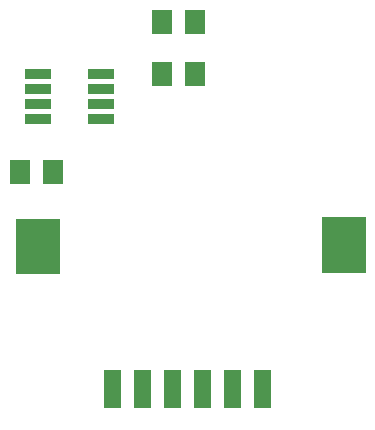
<source format=gbs>
G04 DipTrace 2.3.1.0*
%INgengar.GBS*%
%MOIN*%
%ADD22R,0.071X0.0789*%
%FSLAX44Y44*%
G04*
G70*
G90*
G75*
G01*
%LNBotMask*%
%LPD*%
G36*
X9344Y10722D2*
X7886D1*
Y12574D1*
X9344D1*
Y10722D1*
G37*
G36*
X19554Y10775D2*
X18096D1*
Y12627D1*
X19554D1*
Y10775D1*
G37*
D22*
X9115Y14148D3*
X8012D3*
G36*
X16405Y6268D2*
X15825D1*
Y7528D1*
X16405D1*
Y6268D1*
G37*
G36*
X15405D2*
X14825D1*
Y7528D1*
X15405D1*
Y6268D1*
G37*
G36*
X14405D2*
X13825D1*
Y7528D1*
X14405D1*
Y6268D1*
G37*
G36*
X13405D2*
X12825D1*
Y7528D1*
X13405D1*
Y6268D1*
G37*
G36*
X12405D2*
X11825D1*
Y7528D1*
X12405D1*
Y6268D1*
G37*
G36*
X11405D2*
X10825D1*
Y7528D1*
X11405D1*
Y6268D1*
G37*
D22*
X13865Y17398D3*
X12762D3*
X13865Y19148D3*
X12762D3*
G36*
X9049Y16056D2*
Y15740D1*
X8181D1*
Y16056D1*
X9049D1*
G37*
G36*
Y16556D2*
Y16240D1*
X8181D1*
Y16556D1*
X9049D1*
G37*
G36*
Y17056D2*
Y16740D1*
X8181D1*
Y17056D1*
X9049D1*
G37*
G36*
Y17556D2*
Y17240D1*
X8181D1*
Y17556D1*
X9049D1*
G37*
G36*
X11174D2*
Y17240D1*
X10307D1*
Y17556D1*
X11174D1*
G37*
G36*
Y17056D2*
Y16740D1*
X10307D1*
Y17056D1*
X11174D1*
G37*
G36*
Y16556D2*
Y16240D1*
X10307D1*
Y16556D1*
X11174D1*
G37*
G36*
Y16056D2*
Y15740D1*
X10307D1*
Y16056D1*
X11174D1*
G37*
M02*

</source>
